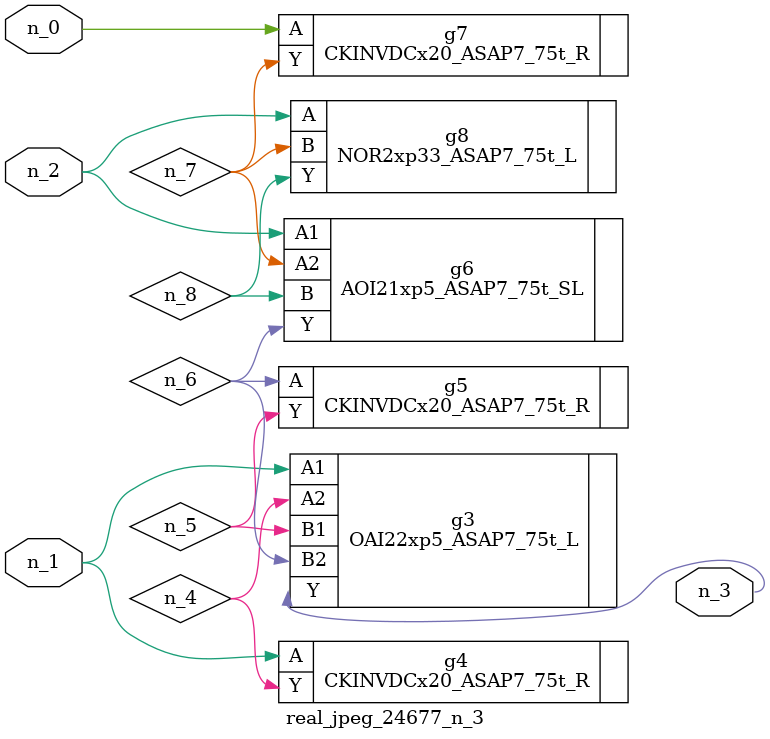
<source format=v>
module real_jpeg_24677_n_3 (n_1, n_0, n_2, n_3);

input n_1;
input n_0;
input n_2;

output n_3;

wire n_5;
wire n_4;
wire n_8;
wire n_6;
wire n_7;

CKINVDCx20_ASAP7_75t_R g7 ( 
.A(n_0),
.Y(n_7)
);

OAI22xp5_ASAP7_75t_L g3 ( 
.A1(n_1),
.A2(n_4),
.B1(n_5),
.B2(n_6),
.Y(n_3)
);

CKINVDCx20_ASAP7_75t_R g4 ( 
.A(n_1),
.Y(n_4)
);

AOI21xp5_ASAP7_75t_SL g6 ( 
.A1(n_2),
.A2(n_7),
.B(n_8),
.Y(n_6)
);

NOR2xp33_ASAP7_75t_L g8 ( 
.A(n_2),
.B(n_7),
.Y(n_8)
);

CKINVDCx20_ASAP7_75t_R g5 ( 
.A(n_6),
.Y(n_5)
);


endmodule
</source>
